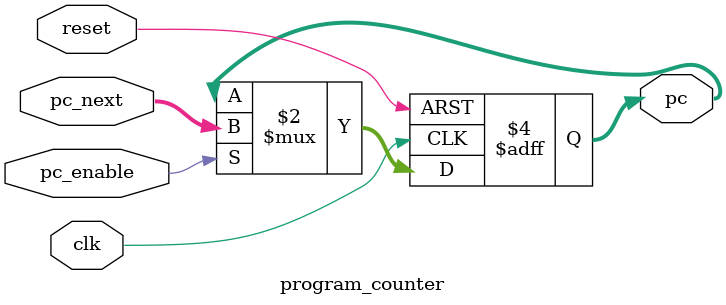
<source format=v>
module program_counter (
    input wire clk,           
    input wire reset,           
    input wire pc_enable,      
    input wire [7:0] pc_next,   // The value PC will update to (for normal increment or jump)
    output reg [7:0] pc         // The current program counter value
);

always @(posedge clk or posedge reset) begin
    if (reset)
        pc <= 8'b0;            // On reset, set PC to 0 (start of program)
    else if (pc_enable)
        pc <= pc_next;         // If enabled, update PC to next value
end

endmodule

</source>
